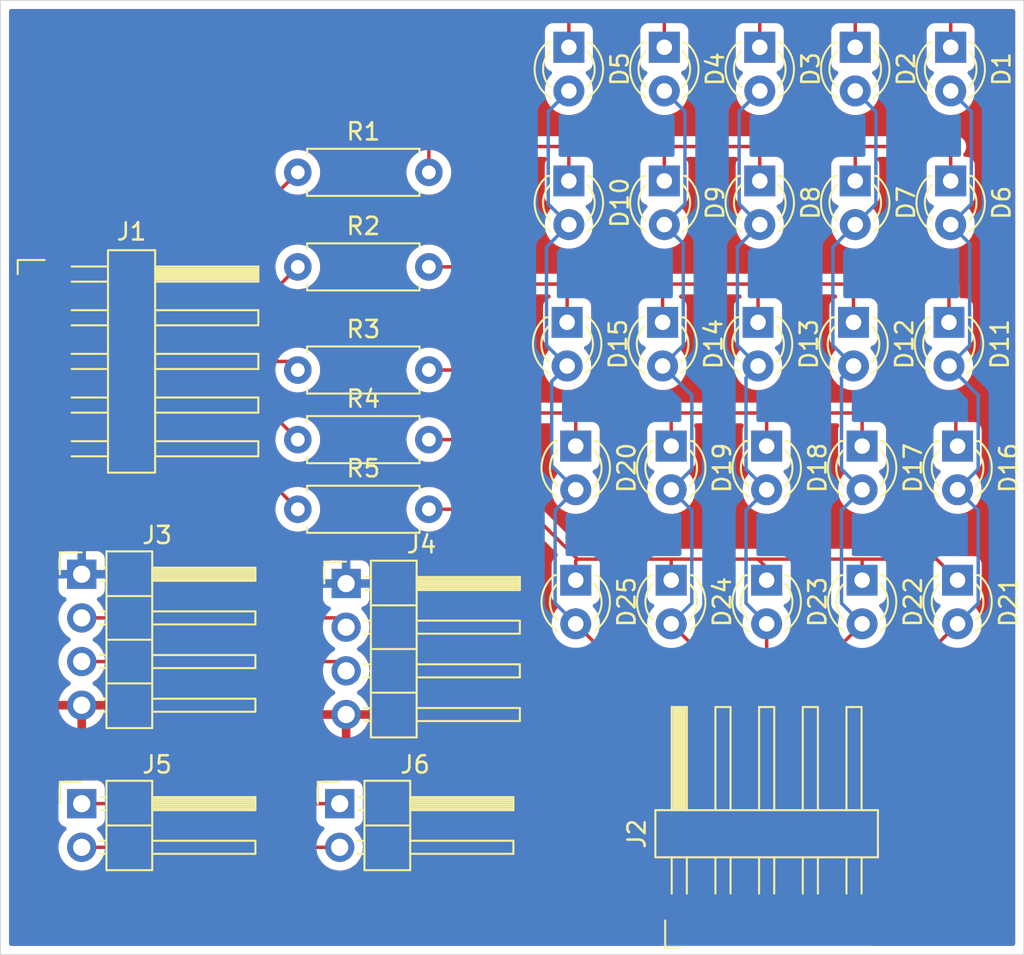
<source format=kicad_pcb>
(kicad_pcb (version 20240108) (generator "pcbnew") (generator_version "8.0")
  (layers (0 "F.Cu" signal) (31 "B.Cu" signal) (34 "B.Paste" user) (35 "F.Paste" user) (36 "B.SilkS" user "B.Silkscreen") (37 "F.SilkS" user "F.Silkscreen") (38 "B.Mask" user) (39 "F.Mask" user) (44 "Edge.Cuts" user))
  (net 0 "")
  (net 1 "Net-(D1-K)")
  (net 2 "Net-(D1-A)")
  (net 3 "Net-(D10-K)")
  (net 4 "Net-(D11-K)")
  (net 5 "Net-(D16-K)")
  (net 6 "Net-(D21-K)")
  (net 7 "Net-(J1-Pin_5)")
  (net 8 "Net-(J1-Pin_2)")
  (net 9 "Net-(J1-Pin_3)")
  (net 10 "Net-(J1-Pin_1)")
  (net 11 "Net-(J1-Pin_4)")
  (net 12 "Net-(D12-A)")
  (net 13 "Net-(D14-A)")
  (net 14 "Net-(D10-A)")
  (net 15 "Net-(D13-A)")
  (net 16 "+3V3")
  (net 17 "GND")
  (net 18 "RX")
  (net 19 "TX")
  (net 20 "CAN-")
  (net 21 "CAN+")
  (footprint "LED_THT:LED_D3.0mm" (layer "F.Cu") (at 125.45 73.225 -90)
    (property "Reference" "D15" (at 1.27 -2.96 90) (layer "F.SilkS"))
    (property "Value" "LED")
    (pad "1" thru_hole rect (at 0 0 270) (size 1.8 1.8) (drill 0.9) (layers "*.Cu" "*.Mask") (net 4 "Net-(D11-K)"))
    (pad "2" thru_hole circle (at 2.54 0 270) (size 1.8 1.8) (drill 0.9) (layers "*.Cu" "*.Mask") (net 14 "Net-(D10-A)"))
  )
  (footprint "LED_THT:LED_D3.0mm" (layer "F.Cu") (at 125.95 80.425 -90)
    (property "Reference" "D20" (at 1.27 -2.96 90) (layer "F.SilkS"))
    (property "Value" "LED")
    (pad "1" thru_hole rect (at 0 0 270) (size 1.8 1.8) (drill 0.9) (layers "*.Cu" "*.Mask") (net 5 "Net-(D16-K)"))
    (pad "2" thru_hole circle (at 2.54 0 270) (size 1.8 1.8) (drill 0.9) (layers "*.Cu" "*.Mask") (net 14 "Net-(D10-A)"))
  )
  (footprint "Connector_Harwin:Harwin_M20-89005xx_1x05_P2.54mm_Horizontal" (layer "F.Cu") (at 100.6 75.5)
    (property "Reference" "J1" (at -0.48 -7.55 360) (layer "F.SilkS"))
    (property "Value" "Conn_01x05_Pin")
    (pad "" smd rect (at 3.895 -5.08) (size 6 0.76) (layers "F.SilkS"))
    (pad "1" smd rect (at -5.525 -5.08) (size 2.5 1) (layers "F.Cu" "F.Paste" "F.Mask") (net 10 "Net-(J1-Pin_1)"))
    (pad "2" smd rect (at -5.525 -2.54) (size 2.5 1) (layers "F.Cu" "F.Paste" "F.Mask") (net 8 "Net-(J1-Pin_2)"))
    (pad "3" smd rect (at -5.525 0) (size 2.5 1) (layers "F.Cu" "F.Paste" "F.Mask") (net 9 "Net-(J1-Pin_3)"))
    (pad "4" smd rect (at -5.525 2.54) (size 2.5 1) (layers "F.Cu" "F.Paste" "F.Mask") (net 11 "Net-(J1-Pin_4)"))
    (pad "5" smd rect (at -5.525 5.08) (size 2.5 1) (layers "F.Cu" "F.Paste" "F.Mask") (net 7 "Net-(J1-Pin_5)"))
  )
  (footprint "LED_THT:LED_D3.0mm" (layer "F.Cu") (at 142.2 65 -90)
    (property "Reference" "D7" (at 1.27 -2.96 90) (layer "F.SilkS"))
    (property "Value" "LED")
    (pad "1" thru_hole rect (at 0 0 270) (size 1.8 1.8) (drill 0.9) (layers "*.Cu" "*.Mask") (net 3 "Net-(D10-K)"))
    (pad "2" thru_hole circle (at 2.54 0 270) (size 1.8 1.8) (drill 0.9) (layers "*.Cu" "*.Mask") (net 12 "Net-(D12-A)"))
  )
  (footprint "Resistor_THT:R_Axial_DIN0207_L6.3mm_D2.5mm_P7.62mm_Horizontal" (layer "F.Cu") (at 109.79 76)
    (property "Reference" "R3" (at 3.81 -2.37 0) (layer "F.SilkS"))
    (property "Value" "R")
    (pad "1" thru_hole circle (at 0 0) (size 1.6 1.6) (drill 0.8) (layers "*.Cu" "*.Mask") (net 9 "Net-(J1-Pin_3)"))
    (pad "2" thru_hole oval (at 7.62 0) (size 1.6 1.6) (drill 0.8) (layers "*.Cu" "*.Mask") (net 4 "Net-(D11-K)"))
  )
  (footprint "LED_THT:LED_D3.0mm" (layer "F.Cu") (at 125.55 65 -90)
    (property "Reference" "D10" (at 1.27 -2.96 90) (layer "F.SilkS"))
    (property "Value" "LED")
    (pad "1" thru_hole rect (at 0 0 270) (size 1.8 1.8) (drill 0.9) (layers "*.Cu" "*.Mask") (net 3 "Net-(D10-K)"))
    (pad "2" thru_hole circle (at 2.54 0 270) (size 1.8 1.8) (drill 0.9) (layers "*.Cu" "*.Mask") (net 14 "Net-(D10-A)"))
  )
  (footprint "LED_THT:LED_D3.0mm" (layer "F.Cu") (at 136.65 65 -90)
    (property "Reference" "D8" (at 1.27 -2.96 90) (layer "F.SilkS"))
    (property "Value" "LED")
    (pad "1" thru_hole rect (at 0 0 270) (size 1.8 1.8) (drill 0.9) (layers "*.Cu" "*.Mask") (net 3 "Net-(D10-K)"))
    (pad "2" thru_hole circle (at 2.54 0 270) (size 1.8 1.8) (drill 0.9) (layers "*.Cu" "*.Mask") (net 15 "Net-(D13-A)"))
  )
  (footprint "LED_THT:LED_D3.0mm" (layer "F.Cu") (at 142.1 73.225 -90)
    (property "Reference" "D12" (at 1.27 -2.96 90) (layer "F.SilkS"))
    (property "Value" "LED")
    (pad "1" thru_hole rect (at 0 0 270) (size 1.8 1.8) (drill 0.9) (layers "*.Cu" "*.Mask") (net 4 "Net-(D11-K)"))
    (pad "2" thru_hole circle (at 2.54 0 270) (size 1.8 1.8) (drill 0.9) (layers "*.Cu" "*.Mask") (net 12 "Net-(D12-A)"))
  )
  (footprint "LED_THT:LED_D3.0mm" (layer "F.Cu") (at 136.65 57.225 -90)
    (property "Reference" "D3" (at 1.27 -2.96 90) (layer "F.SilkS"))
    (property "Value" "LED")
    (pad "1" thru_hole rect (at 0 0 270) (size 1.8 1.8) (drill 0.9) (layers "*.Cu" "*.Mask") (net 1 "Net-(D1-K)"))
    (pad "2" thru_hole circle (at 2.54 0 270) (size 1.8 1.8) (drill 0.9) (layers "*.Cu" "*.Mask") (net 15 "Net-(D13-A)"))
  )
  (footprint "Connector_PinHeader_2.54mm:PinHeader_1x02_P2.54mm_Horizontal" (layer "F.Cu") (at 97.225 101.225)
    (property "Reference" "J5" (at 4.385 -2.27 0) (layer "F.SilkS"))
    (property "Value" "Conn_01x02_Pin")
    (pad "1" thru_hole rect (at 0 0) (size 1.7 1.7) (drill 1) (layers "*.Cu" "*.Mask") (net 21 "CAN+"))
    (pad "2" thru_hole oval (at 0 2.54) (size 1.7 1.7) (drill 1) (layers "*.Cu" "*.Mask") (net 20 "CAN-"))
  )
  (footprint "Connector_PinHeader_2.54mm:PinHeader_1x04_P2.54mm_Horizontal" (layer "F.Cu") (at 112.6 88.42)
    (property "Reference" "J4" (at 4.385 -2.27 0) (layer "F.SilkS"))
    (property "Value" "Conn_01x04_Pin")
    (pad "1" thru_hole rect (at 0 0) (size 1.7 1.7) (drill 1) (layers "*.Cu" "*.Mask") (net 17 "GND"))
    (pad "2" thru_hole oval (at 0 2.54) (size 1.7 1.7) (drill 1) (layers "*.Cu" "*.Mask") (net 18 "RX"))
    (pad "3" thru_hole oval (at 0 5.08) (size 1.7 1.7) (drill 1) (layers "*.Cu" "*.Mask") (net 19 "TX"))
    (pad "4" thru_hole oval (at 0 7.62) (size 1.7 1.7) (drill 1) (layers "*.Cu" "*.Mask") (net 16 "+3V3"))
  )
  (footprint "Resistor_THT:R_Axial_DIN0207_L6.3mm_D2.5mm_P7.62mm_Horizontal" (layer "F.Cu") (at 109.79 84.1)
    (property "Reference" "R5" (at 3.81 -2.37 0) (layer "F.SilkS"))
    (property "Value" "R")
    (pad "1" thru_hole circle (at 0 0) (size 1.6 1.6) (drill 0.8) (layers "*.Cu" "*.Mask") (net 7 "Net-(J1-Pin_5)"))
    (pad "2" thru_hole oval (at 7.62 0) (size 1.6 1.6) (drill 0.8) (layers "*.Cu" "*.Mask") (net 6 "Net-(D21-K)"))
  )
  (footprint "Connector_PinHeader_2.54mm:PinHeader_1x04_P2.54mm_Horizontal" (layer "F.Cu") (at 97.225 87.88)
    (property "Reference" "J3" (at 4.385 -2.27 0) (layer "F.SilkS"))
    (property "Value" "Conn_01x04_Pin")
    (pad "1" thru_hole rect (at 0 0) (size 1.7 1.7) (drill 1) (layers "*.Cu" "*.Mask") (net 17 "GND"))
    (pad "2" thru_hole oval (at 0 2.54) (size 1.7 1.7) (drill 1) (layers "*.Cu" "*.Mask") (net 18 "RX"))
    (pad "3" thru_hole oval (at 0 5.08) (size 1.7 1.7) (drill 1) (layers "*.Cu" "*.Mask") (net 19 "TX"))
    (pad "4" thru_hole oval (at 0 7.62) (size 1.7 1.7) (drill 1) (layers "*.Cu" "*.Mask") (net 16 "+3V3"))
  )
  (footprint "LED_THT:LED_D3.0mm" (layer "F.Cu") (at 131.1 57.225 -90)
    (property "Reference" "D4" (at 1.27 -2.96 90) (layer "F.SilkS"))
    (property "Value" "LED")
    (pad "1" thru_hole rect (at 0 0 270) (size 1.8 1.8) (drill 0.9) (layers "*.Cu" "*.Mask") (net 1 "Net-(D1-K)"))
    (pad "2" thru_hole circle (at 2.54 0 270) (size 1.8 1.8) (drill 0.9) (layers "*.Cu" "*.Mask") (net 13 "Net-(D14-A)"))
  )
  (footprint "LED_THT:LED_D3.0mm" (layer "F.Cu") (at 131.1 65 -90)
    (property "Reference" "D9" (at 1.27 -2.96 90) (layer "F.SilkS"))
    (property "Value" "LED")
    (pad "1" thru_hole rect (at 0 0 270) (size 1.8 1.8) (drill 0.9) (layers "*.Cu" "*.Mask") (net 3 "Net-(D10-K)"))
    (pad "2" thru_hole circle (at 2.54 0 270) (size 1.8 1.8) (drill 0.9) (layers "*.Cu" "*.Mask") (net 13 "Net-(D14-A)"))
  )
  (footprint "Resistor_THT:R_Axial_DIN0207_L6.3mm_D2.5mm_P7.62mm_Horizontal" (layer "F.Cu") (at 109.79 80.05)
    (property "Reference" "R4" (at 3.81 -2.37 0) (layer "F.SilkS"))
    (property "Value" "R")
    (pad "1" thru_hole circle (at 0 0) (size 1.6 1.6) (drill 0.8) (layers "*.Cu" "*.Mask") (net 11 "Net-(J1-Pin_4)"))
    (pad "2" thru_hole oval (at 7.62 0) (size 1.6 1.6) (drill 0.8) (layers "*.Cu" "*.Mask") (net 5 "Net-(D16-K)"))
  )
  (footprint "LED_THT:LED_D3.0mm" (layer "F.Cu") (at 148.15 88.225 -90)
    (property "Reference" "D21" (at 1.27 -2.96 90) (layer "F.SilkS"))
    (property "Value" "LED")
    (pad "1" thru_hole rect (at 0 0 270) (size 1.8 1.8) (drill 0.9) (layers "*.Cu" "*.Mask") (net 6 "Net-(D21-K)"))
    (pad "2" thru_hole circle (at 2.54 0 270) (size 1.8 1.8) (drill 0.9) (layers "*.Cu" "*.Mask") (net 2 "Net-(D1-A)"))
  )
  (footprint "LED_THT:LED_D3.0mm" (layer "F.Cu") (at 142.2 57.225 -90)
    (property "Reference" "D2" (at 1.27 -2.96 90) (layer "F.SilkS"))
    (property "Value" "LED")
    (pad "1" thru_hole rect (at 0 0 270) (size 1.8 1.8) (drill 0.9) (layers "*.Cu" "*.Mask") (net 1 "Net-(D1-K)"))
    (pad "2" thru_hole circle (at 2.54 0 270) (size 1.8 1.8) (drill 0.9) (layers "*.Cu" "*.Mask") (net 12 "Net-(D12-A)"))
  )
  (footprint "LED_THT:LED_D3.0mm" (layer "F.Cu") (at 136.55 73.225 -90)
    (property "Reference" "D13" (at 1.27 -2.96 90) (layer "F.SilkS"))
    (property "Value" "LED")
    (pad "1" thru_hole rect (at 0 0 270) (size 1.8 1.8) (drill 0.9) (layers "*.Cu" "*.Mask") (net 4 "Net-(D11-K)"))
    (pad "2" thru_hole circle (at 2.54 0 270) (size 1.8 1.8) (drill 0.9) (layers "*.Cu" "*.Mask") (net 15 "Net-(D13-A)"))
  )
  (footprint "LED_THT:LED_D3.0mm" (layer "F.Cu") (at 147.65 73.225 -90)
    (property "Reference" "D11" (at 1.27 -2.96 90) (layer "F.SilkS"))
    (property "Value" "LED")
    (pad "1" thru_hole rect (at 0 0 270) (size 1.8 1.8) (drill 0.9) (layers "*.Cu" "*.Mask") (net 4 "Net-(D11-K)"))
    (pad "2" thru_hole circle (at 2.54 0 270) (size 1.8 1.8) (drill 0.9) (layers "*.Cu" "*.Mask") (net 2 "Net-(D1-A)"))
  )
  (footprint "Connector_Harwin:Harwin_M20-89005xx_1x05_P2.54mm_Horizontal" (layer "F.Cu") (at 137.05 102.5 90)
    (property "Reference" "J2" (at -0.48 -7.55 90) (layer "F.SilkS"))
    (property "Value" "Conn_01x05_Pin")
    (pad "" smd rect (at 3.895 -5.08 90) (size 6 0.76) (layers "F.SilkS"))
    (pad "1" smd rect (at -5.525 -5.08 90) (size 2.5 1) (layers "F.Cu" "F.Paste" "F.Mask") (net 14 "Net-(D10-A)"))
    (pad "2" smd rect (at -5.525 -2.54 90) (size 2.5 1) (layers "F.Cu" "F.Paste" "F.Mask") (net 13 "Net-(D14-A)"))
    (pad "3" smd rect (at -5.525 0 90) (size 2.5 1) (layers "F.Cu" "F.Paste" "F.Mask") (net 15 "Net-(D13-A)"))
    (pad "4" smd rect (at -5.525 2.54 90) (size 2.5 1) (layers "F.Cu" "F.Paste" "F.Mask") (net 12 "Net-(D12-A)"))
    (pad "5" smd rect (at -5.525 5.08 90) (size 2.5 1) (layers "F.Cu" "F.Paste" "F.Mask") (net 2 "Net-(D1-A)"))
  )
  (footprint "Resistor_THT:R_Axial_DIN0207_L6.3mm_D2.5mm_P7.62mm_Horizontal" (layer "F.Cu") (at 109.79 70)
    (property "Reference" "R2" (at 3.81 -2.37 0) (layer "F.SilkS"))
    (property "Value" "R")
    (pad "1" thru_hole circle (at 0 0) (size 1.6 1.6) (drill 0.8) (layers "*.Cu" "*.Mask") (net 8 "Net-(J1-Pin_2)"))
    (pad "2" thru_hole oval (at 7.62 0) (size 1.6 1.6) (drill 0.8) (layers "*.Cu" "*.Mask") (net 3 "Net-(D10-K)"))
  )
  (footprint "LED_THT:LED_D3.0mm" (layer "F.Cu") (at 148.15 80.425 -90)
    (property "Reference" "D16" (at 1.27 -2.96 90) (layer "F.SilkS"))
    (property "Value" "LED")
    (pad "1" thru_hole rect (at 0 0 270) (size 1.8 1.8) (drill 0.9) (layers "*.Cu" "*.Mask") (net 5 "Net-(D16-K)"))
    (pad "2" thru_hole circle (at 2.54 0 270) (size 1.8 1.8) (drill 0.9) (layers "*.Cu" "*.Mask") (net 2 "Net-(D1-A)"))
  )
  (footprint "LED_THT:LED_D3.0mm" (layer "F.Cu") (at 142.6 80.425 -90)
    (property "Reference" "D17" (at 1.27 -2.96 90) (layer "F.SilkS"))
    (property "Value" "LED")
    (pad "1" thru_hole rect (at 0 0 270) (size 1.8 1.8) (drill 0.9) (layers "*.Cu" "*.Mask") (net 5 "Net-(D16-K)"))
    (pad "2" thru_hole circle (at 2.54 0 270) (size 1.8 1.8) (drill 0.9) (layers "*.Cu" "*.Mask") (net 12 "Net-(D12-A)"))
  )
  (footprint "LED_THT:LED_D3.0mm" (layer "F.Cu") (at 137.05 80.425 -90)
    (property "Reference" "D18" (at 1.27 -2.96 90) (layer "F.SilkS"))
    (property "Value" "LED")
    (pad "1" thru_hole rect (at 0 0 270) (size 1.8 1.8) (drill 0.9) (layers "*.Cu" "*.Mask") (net 5 "Net-(D16-K)"))
    (pad "2" thru_hole circle (at 2.54 0 270) (size 1.8 1.8) (drill 0.9) (layers "*.Cu" "*.Mask") (net 15 "Net-(D13-A)"))
  )
  (footprint "LED_THT:LED_D3.0mm" (layer "F.Cu") (at 142.6 88.225 -90)
    (property "Reference" "D22" (at 1.27 -2.96 90) (layer "F.SilkS"))
    (property "Value" "LED")
    (pad "1" thru_hole rect (at 0 0 270) (size 1.8 1.8) (drill 0.9) (layers "*.Cu" "*.Mask") (net 6 "Net-(D21-K)"))
    (pad "2" thru_hole circle (at 2.54 0 270) (size 1.8 1.8) (drill 0.9) (layers "*.Cu" "*.Mask") (net 12 "Net-(D12-A)"))
  )
  (footprint "LED_THT:LED_D3.0mm" (layer "F.Cu") (at 131.5 88.225 -90)
    (property "Reference" "D24" (at 1.27 -2.96 90) (layer "F.SilkS"))
    (property "Value" "LED")
    (pad "1" thru_hole rect (at 0 0 270) (size 1.8 1.8) (drill 0.9) (layers "*.Cu" "*.Mask") (net 6 "Net-(D21-K)"))
    (pad "2" thru_hole circle (at 2.54 0 270) (size 1.8 1.8) (drill 0.9) (layers "*.Cu" "*.Mask") (net 13 "Net-(D14-A)"))
  )
  (footprint "LED_THT:LED_D3.0mm" (layer "F.Cu") (at 137.05 88.225 -90)
    (property "Reference" "D23" (at 1.27 -2.96 90) (layer "F.SilkS"))
    (property "Value" "LED")
    (pad "1" thru_hole rect (at 0 0 270) (size 1.8 1.8) (drill 0.9) (layers "*.Cu" "*.Mask") (net 6 "Net-(D21-K)"))
    (pad "2" thru_hole circle (at 2.54 0 270) (size 1.8 1.8) (drill 0.9) (layers "*.Cu" "*.Mask") (net 15 "Net-(D13-A)"))
  )
  (footprint "LED_THT:LED_D3.0mm" (layer "F.Cu") (at 125.95 88.225 -90)
    (property "Reference" "D25" (at 1.27 -2.96 90) (layer "F.SilkS"))
    (property "Value" "LED")
    (pad "1" thru_hole rect (at 0 0 270) (size 1.8 1.8) (drill 0.9) (layers "*.Cu" "*.Mask") (net 6 "Net-(D21-K)"))
    (pad "2" thru_hole circle (at 2.54 0 270) (size 1.8 1.8) (drill 0.9) (layers "*.Cu" "*.Mask") (net 14 "Net-(D10-A)"))
  )
  (footprint "Connector_PinHeader_2.54mm:PinHeader_1x02_P2.54mm_Horizontal" (layer "F.Cu") (at 112.225 101.225)
    (property "Reference" "J6" (at 4.385 -2.27 0) (layer "F.SilkS"))
    (property "Value" "Conn_01x02_Pin")
    (pad "1" thru_hole rect (at 0 0) (size 1.7 1.7) (drill 1) (layers "*.Cu" "*.Mask") (net 21 "CAN+"))
    (pad "2" thru_hole oval (at 0 2.54) (size 1.7 1.7) (drill 1) (layers "*.Cu" "*.Mask") (net 20 "CAN-"))
  )
  (footprint "LED_THT:LED_D3.0mm" (layer "F.Cu") (at 131.5 80.425 -90)
    (property "Reference" "D19" (at 1.27 -2.96 90) (layer "F.SilkS"))
    (property "Value" "LED")
    (pad "1" thru_hole rect (at 0 0 270) (size 1.8 1.8) (drill 0.9) (layers "*.Cu" "*.Mask") (net 5 "Net-(D16-K)"))
    (pad "2" thru_hole circle (at 2.54 0 270) (size 1.8 1.8) (drill 0.9) (layers "*.Cu" "*.Mask") (net 13 "Net-(D14-A)"))
  )
  (footprint "LED_THT:LED_D3.0mm" (layer "F.Cu") (at 147.75 65 -90)
    (property "Reference" "D6" (at 1.27 -2.96 90) (layer "F.SilkS"))
    (property "Value" "LED")
    (pad "1" thru_hole rect (at 0 0 270) (size 1.8 1.8) (drill 0.9) (layers "*.Cu" "*.Mask") (net 3 "Net-(D10-K)"))
    (pad "2" thru_hole circle (at 2.54 0 270) (size 1.8 1.8) (drill 0.9) (layers "*.Cu" "*.Mask") (net 2 "Net-(D1-A)"))
  )
  (footprint "LED_THT:LED_D3.0mm" (layer "F.Cu") (at 125.55 57.225 -90)
    (property "Reference" "D5" (at 1.27 -2.96 90) (layer "F.SilkS"))
    (property "Value" "LED")
    (pad "1" thru_hole rect (at 0 0 270) (size 1.8 1.8) (drill 0.9) (layers "*.Cu" "*.Mask") (net 1 "Net-(D1-K)"))
    (pad "2" thru_hole circle (at 2.54 0 270) (size 1.8 1.8) (drill 0.9) (layers "*.Cu" "*.Mask") (net 14 "Net-(D10-A)"))
  )
  (footprint "Resistor_THT:R_Axial_DIN0207_L6.3mm_D2.5mm_P7.62mm_Horizontal" (layer "F.Cu") (at 109.79 64.5)
    (property "Reference" "R1" (at 3.81 -2.37 0) (layer "F.SilkS"))
    (property "Value" "R")
    (pad "1" thru_hole circle (at 0 0) (size 1.6 1.6) (drill 0.8) (layers "*.Cu" "*.Mask") (net 10 "Net-(J1-Pin_1)"))
    (pad "2" thru_hole oval (at 7.62 0) (size 1.6 1.6) (drill 0.8) (layers "*.Cu" "*.Mask") (net 1 "Net-(D1-K)"))
  )
  (footprint "LED_THT:LED_D3.0mm" (layer "F.Cu") (at 131 73.225 -90)
    (property "Reference" "D14" (at 1.27 -2.96 90) (layer "F.SilkS"))
    (property "Value" "LED")
    (pad "1" thru_hole rect (at 0 0 270) (size 1.8 1.8) (drill 0.9) (layers "*.Cu" "*.Mask") (net 4 "Net-(D11-K)"))
    (pad "2" thru_hole circle (at 2.54 0 270) (size 1.8 1.8) (drill 0.9) (layers "*.Cu" "*.Mask") (net 13 "Net-(D14-A)"))
  )
  (footprint "LED_THT:LED_D3.0mm" (layer "F.Cu") (at 147.75 57.225 -90)
    (property "Reference" "D1" (at 1.27 -2.96 90) (layer "F.SilkS"))
    (property "Value" "LED")
    (pad "1" thru_hole rect (at 0 0 270) (size 1.8 1.8) (drill 0.9) (layers "*.Cu" "*.Mask") (net 1 "Net-(D1-K)"))
    (pad "2" thru_hole circle (at 2.54 0 270) (size 1.8 1.8) (drill 0.9) (layers "*.Cu" "*.Mask") (net 2 "Net-(D1-A)"))
  )
  (gr_rect (start 92.5 54.5) (end 152 110) (stroke (width 0.05)) (fill none) (layer "Edge.Cuts"))
  (segment (start 136.65 57.225) (end 136.65 55.55) (width 0.2) (layer "F.Cu") (net 1))
  (segment (start 125.55 55.55) (end 125.6 55.5) (width 0.2) (layer "F.Cu") (net 1))
  (segment (start 142.2 57.225) (end 142.211157 57.225) (width 0.2) (layer "F.Cu") (net 1))
  (segment (start 142.211157 57.225) (end 142.231043 57.205114) (width 0.2) (layer "F.Cu") (net 1))
  (segment (start 125.55 57.225) (end 125.55 55.55) (width 0.2) (layer "F.Cu") (net 1))
  (segment (start 117.91 64) (end 117.41 64.5) (width 0.2) (layer "F.Cu") (net 1))
  (segment (start 142.2 57.225) (end 142.2 55.6) (width 0.2) (layer "F.Cu") (net 1))
  (segment (start 142.2 55.6) (end 142.1 55.5) (width 0.2) (layer "F.Cu") (net 1))
  (segment (start 142.1 55.5) (end 147.6 55.5) (width 0.2) (layer "F.Cu") (net 1))
  (segment (start 117.41 64.5) (end 117.41 59.19) (width 0.2) (layer "F.Cu") (net 1))
  (segment (start 136.65 55.55) (end 136.6 55.5) (width 0.2) (layer "F.Cu") (net 1))
  (segment (start 131.1 55.5) (end 136.6 55.5) (width 0.2) (layer "F.Cu") (net 1))
  (segment (start 136.6 55.5) (end 142.1 55.5) (width 0.2) (layer "F.Cu") (net 1))
  (segment (start 121.1 55.5) (end 125.6 55.5) (width 0.2) (layer "F.Cu") (net 1))
  (segment (start 125.6 55.5) (end 131.1 55.5) (width 0.2) (layer "F.Cu") (net 1))
  (segment (start 147.6 55.5) (end 147.75 55.65) (width 0.2) (layer "F.Cu") (net 1))
  (segment (start 117.41 59.19) (end 121.1 55.5) (width 0.2) (layer "F.Cu") (net 1))
  (segment (start 131.1 57.225) (end 131.1 55.5) (width 0.2) (layer "F.Cu") (net 1))
  (segment (start 147.75 55.65) (end 147.75 57.225) (width 0.2) (layer "F.Cu") (net 1))
  (segment (start 142.13 96.785) (end 148.15 90.765) (width 0.2) (layer "F.Cu") (net 2))
  (segment (start 142.13 108.025) (end 142.13 96.785) (width 0.2) (layer "F.Cu") (net 2))
  (segment (start 149.35 89.565) (end 149.35 84.165) (width 0.2) (layer "B.Cu") (net 2))
  (segment (start 149.35 84.165) (end 148.15 82.965) (width 0.2) (layer "B.Cu") (net 2))
  (segment (start 148.95 66.34) (end 148.95 60.965) (width 0.2) (layer "B.Cu") (net 2))
  (segment (start 148.85 68.64) (end 147.75 67.54) (width 0.2) (layer "B.Cu") (net 2))
  (segment (start 149.35 77.465) (end 147.65 75.765) (width 0.2) (layer "B.Cu") (net 2))
  (segment (start 147.75 67.54) (end 148.95 66.34) (width 0.2) (layer "B.Cu") (net 2))
  (segment (start 148.85 74.565) (end 148.85 68.64) (width 0.2) (layer "B.Cu") (net 2))
  (segment (start 148.95 60.965) (end 147.75 59.765) (width 0.2) (layer "B.Cu") (net 2))
  (segment (start 148.15 90.765) (end 149.35 89.565) (width 0.2) (layer "B.Cu") (net 2))
  (segment (start 149.35 81.765) (end 149.35 77.465) (width 0.2) (layer "B.Cu") (net 2))
  (segment (start 148.15 82.965) (end 149.35 81.765) (width 0.2) (layer "B.Cu") (net 2))
  (segment (start 147.65 75.765) (end 148.85 74.565) (width 0.2) (layer "B.Cu") (net 2))
  (segment (start 125.55 65) (end 125.55 63) (width 0.2) (layer "F.Cu") (net 3))
  (segment (start 121.6 63) (end 125.55 63) (width 0.2) (layer "F.Cu") (net 3))
  (segment (start 148.05 63) (end 147.75 63.3) (width 0.2) (layer "F.Cu") (net 3))
  (segment (start 117.41 70) (end 119.6 70) (width 0.2) (layer "F.Cu") (net 3))
  (segment (start 142.2 63.35) (end 142.55 63) (width 0.2) (layer "F.Cu") (net 3))
  (segment (start 142.55 63) (end 148.05 63) (width 0.2) (layer "F.Cu") (net 3))
  (segment (start 131.05 63) (end 136.55 63) (width 0.2) (layer "F.Cu") (net 3))
  (segment (start 147.75 63.3) (end 147.75 65) (width 0.2) (layer "F.Cu") (net 3))
  (segment (start 136.65 63.1) (end 136.55 63) (width 0.2) (layer "F.Cu") (net 3))
  (segment (start 119.6 70) (end 121.6 68) (width 0.2) (layer "F.Cu") (net 3))
  (segment (start 142.2 65) (end 142.2 63.35) (width 0.2) (layer "F.Cu") (net 3))
  (segment (start 136.65 65) (end 136.65 63.1) (width 0.2) (layer "F.Cu") (net 3))
  (segment (start 121.6 68) (end 121.6 63) (width 0.2) (layer "F.Cu") (net 3))
  (segment (start 131.1 65) (end 131.1 63.05) (width 0.2) (layer "F.Cu") (net 3))
  (segment (start 125.55 63) (end 131.05 63) (width 0.2) (layer "F.Cu") (net 3))
  (segment (start 131.1 63.05) (end 131.05 63) (width 0.2) (layer "F.Cu") (net 3))
  (segment (start 136.55 63) (end 142.55 63) (width 0.2) (layer "F.Cu") (net 3))
  (segment (start 125.55 71) (end 131.05 71) (width 0.2) (layer "F.Cu") (net 4))
  (segment (start 131.05 71) (end 136.55 71) (width 0.2) (layer "F.Cu") (net 4))
  (segment (start 125.45 71.1) (end 125.55 71) (width 0.2) (layer "F.Cu") (net 4))
  (segment (start 131 73.225) (end 131 71.05) (width 0.2) (layer "F.Cu") (net 4))
  (segment (start 121.6 76) (end 121.6 71) (width 0.2) (layer "F.Cu") (net 4))
  (segment (start 142.1 73.225) (end 142.1 71.05) (width 0.2) (layer "F.Cu") (net 4))
  (segment (start 117.41 76) (end 121.6 76) (width 0.2) (layer "F.Cu") (net 4))
  (segment (start 147.55 71) (end 147.65 71.1) (width 0.2) (layer "F.Cu") (net 4))
  (segment (start 125.45 73.225) (end 125.45 71.1) (width 0.2) (layer "F.Cu") (net 4))
  (segment (start 142.05 71) (end 147.55 71) (width 0.2) (layer "F.Cu") (net 4))
  (segment (start 136.55 71) (end 142.05 71) (width 0.2) (layer "F.Cu") (net 4))
  (segment (start 142.1 71.05) (end 142.05 71) (width 0.2) (layer "F.Cu") (net 4))
  (segment (start 131 71.05) (end 131.05 71) (width 0.2) (layer "F.Cu") (net 4))
  (segment (start 147.65 71.1) (end 147.65 73.225) (width 0.2) (layer "F.Cu") (net 4))
  (segment (start 136.55 73.225) (end 136.55 71) (width 0.2) (layer "F.Cu") (net 4))
  (segment (start 121.6 71) (end 125.55 71) (width 0.2) (layer "F.Cu") (net 4))
  (segment (start 131.55 78.5) (end 137.05 78.5) (width 0.2) (layer "F.Cu") (net 5))
  (segment (start 120.6 78.5) (end 125.85 78.5) (width 0.2) (layer "F.Cu") (net 5))
  (segment (start 137.05 78.5) (end 142.55 78.5) (width 0.2) (layer "F.Cu") (net 5))
  (segment (start 119.05 80.05) (end 120.6 78.5) (width 0.2) (layer "F.Cu") (net 5))
  (segment (start 142.6 80.425) (end 142.6 78.55) (width 0.2) (layer "F.Cu") (net 5))
  (segment (start 126.05 78.5) (end 131.55 78.5) (width 0.2) (layer "F.Cu") (net 5))
  (segment (start 131.5 78.55) (end 131.55 78.5) (width 0.2) (layer "F.Cu") (net 5))
  (segment (start 125.85 78.5) (end 125.95 78.6) (width 0.2) (layer "F.Cu") (net 5))
  (segment (start 117.41 80.05) (end 119.05 80.05) (width 0.2) (layer "F.Cu") (net 5))
  (segment (start 131.5 80.425) (end 131.5 78.55) (width 0.2) (layer "F.Cu") (net 5))
  (segment (start 148.05 80.325) (end 148.15 80.425) (width 0.2) (layer "F.Cu") (net 5))
  (segment (start 137.05 80.425) (end 137.05 78.5) (width 0.2) (layer "F.Cu") (net 5))
  (segment (start 125.95 80.425) (end 125.95 78.6) (width 0.2) (layer "F.Cu") (net 5))
  (segment (start 125.95 78.6) (end 126.05 78.5) (width 0.2) (layer "F.Cu") (net 5))
  (segment (start 142.55 78.5) (end 148.05 78.5) (width 0.2) (layer "F.Cu") (net 5))
  (segment (start 148.05 78.5) (end 148.05 80.325) (width 0.2) (layer "F.Cu") (net 5))
  (segment (start 142.6 78.55) (end 142.55 78.5) (width 0.2) (layer "F.Cu") (net 5))
  (segment (start 125.95 88.225) (end 125.95 87.1) (width 0.2) (layer "F.Cu") (net 6))
  (segment (start 137.05 87.5) (end 136.55 87) (width 0.2) (layer "F.Cu") (net 6))
  (segment (start 146.925 87) (end 142.55 87) (width 0.2) (layer "F.Cu") (net 6))
  (segment (start 123.15 84.1) (end 126.05 87) (width 0.2) (layer "F.Cu") (net 6))
  (segment (start 142.6 88.225) (end 142.6 87.05) (width 0.2) (layer "F.Cu") (net 6))
  (segment (start 142.6 87.05) (end 142.55 87) (width 0.2) (layer "F.Cu") (net 6))
  (segment (start 131.5 87.05) (end 131.55 87) (width 0.2) (layer "F.Cu") (net 6))
  (segment (start 136.55 87) (end 142.55 87) (width 0.2) (layer "F.Cu") (net 6))
  (segment (start 125.95 87.1) (end 126.05 87) (width 0.2) (layer "F.Cu") (net 6))
  (segment (start 126.05 87) (end 131.55 87) (width 0.2) (layer "F.Cu") (net 6))
  (segment (start 137.05 88.225) (end 137.05 87.5) (width 0.2) (layer "F.Cu") (net 6))
  (segment (start 131.55 87) (end 136.55 87) (width 0.2) (layer "F.Cu") (net 6))
  (segment (start 117.41 84.1) (end 123.15 84.1) (width 0.2) (layer "F.Cu") (net 6))
  (segment (start 148.15 88.225) (end 146.925 87) (width 0.2) (layer "F.Cu") (net 6))
  (segment (start 131.5 88.225) (end 131.5 87.05) (width 0.2) (layer "F.Cu") (net 6))
  (segment (start 106.27 80.58) (end 109.79 84.1) (width 0.2) (layer "F.Cu") (net 7))
  (segment (start 95.075 80.58) (end 106.27 80.58) (width 0.2) (layer "F.Cu") (net 7))
  (segment (start 106.83 72.96) (end 109.79 70) (width 0.2) (layer "F.Cu") (net 8))
  (segment (start 95.075 72.96) (end 106.83 72.96) (width 0.2) (layer "F.Cu") (net 8))
  (segment (start 109.29 76.5) (end 109.79 76) (width 0.2) (layer "F.Cu") (net 9))
  (segment (start 95.075 75.5) (end 109.29 75.5) (width 0.2) (layer "F.Cu") (net 9))
  (segment (start 109.29 75.5) (end 109.79 76) (width 0.2) (layer "F.Cu") (net 9))
  (segment (start 95.075 70.42) (end 103.87 70.42) (width 0.2) (layer "F.Cu") (net 10))
  (segment (start 103.87 70.42) (end 109.79 64.5) (width 0.2) (layer "F.Cu") (net 10))
  (segment (start 107.78 78.04) (end 109.79 80.05) (width 0.2) (layer "F.Cu") (net 11))
  (segment (start 95.075 78.04) (end 107.78 78.04) (width 0.2) (layer "F.Cu") (net 11))
  (segment (start 139.59 108.025) (end 139.59 93.775) (width 0.2) (layer "F.Cu") (net 12))
  (segment (start 139.59 93.775) (end 142.6 90.765) (width 0.2) (layer "F.Cu") (net 12))
  (segment (start 142.6 90.765) (end 141.4 89.565) (width 0.2) (layer "B.Cu") (net 12))
  (segment (start 141.4 81.765) (end 141.4 76.465) (width 0.2) (layer "B.Cu") (net 12))
  (segment (start 143.4 66.34) (end 143.4 60.965) (width 0.2) (layer "B.Cu") (net 12))
  (segment (start 142.1 75.765) (end 140.9 74.565) (width 0.2) (layer "B.Cu") (net 12))
  (segment (start 140.9 68.84) (end 142.2 67.54) (width 0.2) (layer "B.Cu") (net 12))
  (segment (start 143.4 60.965) (end 142.2 59.765) (width 0.2) (layer "B.Cu") (net 12))
  (segment (start 142.6 82.965) (end 141.4 81.765) (width 0.2) (layer "B.Cu") (net 12))
  (segment (start 140.9 74.565) (end 140.9 68.84) (width 0.2) (layer "B.Cu") (net 12))
  (segment (start 142.2 67.54) (end 143.4 66.34) (width 0.2) (layer "B.Cu") (net 12))
  (segment (start 141.4 89.565) (end 141.4 84.165) (width 0.2) (layer "B.Cu") (net 12))
  (segment (start 141.4 84.165) (end 142.6 82.965) (width 0.2) (layer "B.Cu") (net 12))
  (segment (start 141.4 76.465) (end 142.1 75.765) (width 0.2) (layer "B.Cu") (net 12))
  (segment (start 134.51 93.775) (end 131.5 90.765) (width 0.2) (layer "F.Cu") (net 13))
  (segment (start 134.51 108.025) (end 134.51 93.775) (width 0.2) (layer "F.Cu") (net 13))
  (segment (start 131.5 82.965) (end 132.7 81.765) (width 0.2) (layer "B.Cu") (net 13))
  (segment (start 132.2 74.565) (end 132.2 68.64) (width 0.2) (layer "B.Cu") (net 13))
  (segment (start 131.5 90.765) (end 132.7 89.565) (width 0.2) (layer "B.Cu") (net 13))
  (segment (start 132.3 66.34) (end 132.3 60.965) (width 0.2) (layer "B.Cu") (net 13))
  (segment (start 132.7 77.465) (end 131 75.765) (width 0.2) (layer "B.Cu") (net 13))
  (segment (start 131.1 67.54) (end 132.3 66.34) (width 0.2) (layer "B.Cu") (net 13))
  (segment (start 132.7 84.165) (end 131.5 82.965) (width 0.2) (layer "B.Cu") (net 13))
  (segment (start 132.2 68.64) (end 131.1 67.54) (width 0.2) (layer "B.Cu") (net 13))
  (segment (start 131 75.765) (end 132.2 74.565) (width 0.2) (layer "B.Cu") (net 13))
  (segment (start 132.7 89.565) (end 132.7 84.165) (width 0.2) (layer "B.Cu") (net 13))
  (segment (start 131 75.765) (end 131.565 75.765) (width 0.2) (layer "B.Cu") (net 13))
  (segment (start 132.3 60.965) (end 131.1 59.765) (width 0.2) (layer "B.Cu") (net 13))
  (segment (start 132.7 81.765) (end 132.7 77.465) (width 0.2) (layer "B.Cu") (net 13))
  (segment (start 131.97 96.785) (end 125.95 90.765) (width 0.2) (layer "F.Cu") (net 14))
  (segment (start 131.97 108.025) (end 131.97 96.785) (width 0.2) (layer "F.Cu") (net 14))
  (segment (start 125.55 67.54) (end 124.35 66.34) (width 0.2) (layer "B.Cu") (net 14))
  (segment (start 125.45 75.765) (end 124.25 74.565) (width 0.2) (layer "B.Cu") (net 14))
  (segment (start 124.35 60.965) (end 125.55 59.765) (width 0.2) (layer "B.Cu") (net 14))
  (segment (start 124.25 74.565) (end 124.25 68.84) (width 0.2) (layer "B.Cu") (net 14))
  (segment (start 125.95 82.965) (end 124.55 81.565) (width 0.2) (layer "B.Cu") (net 14))
  (segment (start 124.75 84.165) (end 125.95 82.965) (width 0.2) (layer "B.Cu") (net 14))
  (segment (start 124.55 81.565) (end 124.55 76.665) (width 0.2) (layer "B.Cu") (net 14))
  (segment (start 124.75 89.565) (end 124.75 84.165) (width 0.2) (layer "B.Cu") (net 14))
  (segment (start 124.25 68.84) (end 125.55 67.54) (width 0.2) (layer "B.Cu") (net 14))
  (segment (start 124.55 76.665) (end 125.45 75.765) (width 0.2) (layer "B.Cu") (net 14))
  (segment (start 124.35 66.34) (end 124.35 60.965) (width 0.2) (layer "B.Cu") (net 14))
  (segment (start 125.95 90.765) (end 124.75 89.565) (width 0.2) (layer "B.Cu") (net 14))
  (segment (start 137.05 108.025) (end 137.05 90.765) (width 0.2) (layer "F.Cu") (net 15))
  (segment (start 135.45 66.34) (end 135.45 60.965) (width 0.2) (layer "B.Cu") (net 15))
  (segment (start 136.65 67.54) (end 137.11 68) (width 0.2) (layer "B.Cu") (net 15))
  (segment (start 135.35 68.84) (end 136.65 67.54) (width 0.2) (layer "B.Cu") (net 15))
  (segment (start 137.05 82.965) (end 135.85 81.765) (width 0.2) (layer "B.Cu") (net 15))
  (segment (start 135.85 81.765) (end 135.85 76.465) (width 0.2) (layer "B.Cu") (net 15))
  (segment (start 135.35 74.565) (end 135.35 68.84) (width 0.2) (layer "B.Cu") (net 15))
  (segment (start 135.85 76.465) (end 136.55 75.765) (width 0.2) (layer "B.Cu") (net 15))
  (segment (start 135.85 84.165) (end 137.05 82.965) (width 0.2) (layer "B.Cu") (net 15))
  (segment (start 135.85 89.565) (end 135.85 84.165) (width 0.2) (layer "B.Cu") (net 15))
  (segment (start 136.55 75.765) (end 135.35 74.565) (width 0.2) (layer "B.Cu") (net 15))
  (segment (start 137.05 90.765) (end 135.85 89.565) (width 0.2) (layer "B.Cu") (net 15))
  (segment (start 135.45 60.965) (end 136.65 59.765) (width 0.2) (layer "B.Cu") (net 15))
  (segment (start 136.65 67.54) (end 135.45 66.34) (width 0.2) (layer "B.Cu") (net 15))
  (segment (start 112.06 90.42) (end 112.6 90.96) (width 0.2) (layer "F.Cu") (net 18))
  (segment (start 97.225 90.42) (end 112.06 90.42) (width 0.2) (layer "F.Cu") (net 18))
  (segment (start 112.06 92.96) (end 112.6 93.5) (width 0.2) (layer "F.Cu") (net 19))
  (segment (start 97.225 92.96) (end 112.06 92.96) (width 0.2) (layer "F.Cu") (net 19))
  (segment (start 97.225 103.765) (end 112.225 103.765) (width 0.2) (layer "F.Cu") (net 20))
  (segment (start 97.225 101.225) (end 112.225 101.225) (width 0.2) (layer "F.Cu") (net 21))
  (zone (net 16) (net_name "+3V3") (layer "F.Cu") (connect_pads (clearance 0.5)) (min_thickness 0.25) (fill yes (thermal_gap 0.5) (thermal_bridge_width 0.5))
    (polygon (pts (xy 92.5 54.5) (xy 152 54.5) (xy 152 110) (xy 92.5 110)))
  )
  (zone (net 17) (net_name "GND") (layer "B.Cu") (priority 1) (connect_pads (clearance 0.5)) (min_thickness 0.25) (fill yes (thermal_gap 0.5) (thermal_bridge_width 0.5))
    (polygon (pts (xy 92.5 54.5) (xy 152 54.5) (xy 152 110) (xy 92.5 110)))
  )
)
</source>
